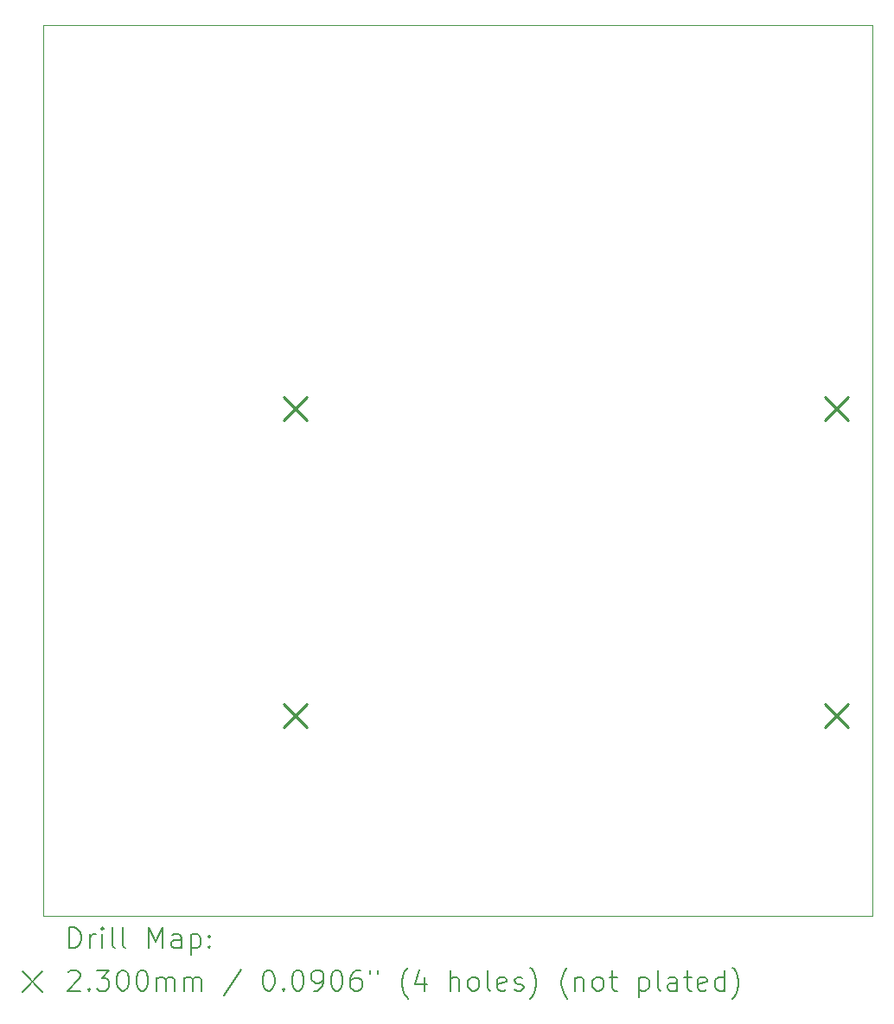
<source format=gbr>
%TF.GenerationSoftware,KiCad,Pcbnew,7.0.10*%
%TF.CreationDate,2024-03-12T16:09:05+01:00*%
%TF.ProjectId,DaisyPedal,44616973-7950-4656-9461-6c2e6b696361,1.0*%
%TF.SameCoordinates,Original*%
%TF.FileFunction,Drillmap*%
%TF.FilePolarity,Positive*%
%FSLAX45Y45*%
G04 Gerber Fmt 4.5, Leading zero omitted, Abs format (unit mm)*
G04 Created by KiCad (PCBNEW 7.0.10) date 2024-03-12 16:09:05*
%MOMM*%
%LPD*%
G01*
G04 APERTURE LIST*
%ADD10C,0.100000*%
%ADD11C,0.200000*%
%ADD12C,0.230000*%
G04 APERTURE END LIST*
D10*
X2940000Y-2940000D02*
X11060000Y-2940000D01*
X11060000Y-11660000D01*
X2940000Y-11660000D01*
X2940000Y-2940000D01*
D11*
D12*
X5291000Y-6585000D02*
X5521000Y-6815000D01*
X5521000Y-6585000D02*
X5291000Y-6815000D01*
X5291000Y-9585000D02*
X5521000Y-9815000D01*
X5521000Y-9585000D02*
X5291000Y-9815000D01*
X10591000Y-6585000D02*
X10821000Y-6815000D01*
X10821000Y-6585000D02*
X10591000Y-6815000D01*
X10591000Y-9585000D02*
X10821000Y-9815000D01*
X10821000Y-9585000D02*
X10591000Y-9815000D01*
D11*
X3195777Y-11976484D02*
X3195777Y-11776484D01*
X3195777Y-11776484D02*
X3243396Y-11776484D01*
X3243396Y-11776484D02*
X3271967Y-11786008D01*
X3271967Y-11786008D02*
X3291015Y-11805055D01*
X3291015Y-11805055D02*
X3300539Y-11824103D01*
X3300539Y-11824103D02*
X3310062Y-11862198D01*
X3310062Y-11862198D02*
X3310062Y-11890769D01*
X3310062Y-11890769D02*
X3300539Y-11928865D01*
X3300539Y-11928865D02*
X3291015Y-11947912D01*
X3291015Y-11947912D02*
X3271967Y-11966960D01*
X3271967Y-11966960D02*
X3243396Y-11976484D01*
X3243396Y-11976484D02*
X3195777Y-11976484D01*
X3395777Y-11976484D02*
X3395777Y-11843150D01*
X3395777Y-11881246D02*
X3405301Y-11862198D01*
X3405301Y-11862198D02*
X3414824Y-11852674D01*
X3414824Y-11852674D02*
X3433872Y-11843150D01*
X3433872Y-11843150D02*
X3452920Y-11843150D01*
X3519586Y-11976484D02*
X3519586Y-11843150D01*
X3519586Y-11776484D02*
X3510062Y-11786008D01*
X3510062Y-11786008D02*
X3519586Y-11795531D01*
X3519586Y-11795531D02*
X3529110Y-11786008D01*
X3529110Y-11786008D02*
X3519586Y-11776484D01*
X3519586Y-11776484D02*
X3519586Y-11795531D01*
X3643396Y-11976484D02*
X3624348Y-11966960D01*
X3624348Y-11966960D02*
X3614824Y-11947912D01*
X3614824Y-11947912D02*
X3614824Y-11776484D01*
X3748158Y-11976484D02*
X3729110Y-11966960D01*
X3729110Y-11966960D02*
X3719586Y-11947912D01*
X3719586Y-11947912D02*
X3719586Y-11776484D01*
X3976729Y-11976484D02*
X3976729Y-11776484D01*
X3976729Y-11776484D02*
X4043396Y-11919341D01*
X4043396Y-11919341D02*
X4110062Y-11776484D01*
X4110062Y-11776484D02*
X4110062Y-11976484D01*
X4291015Y-11976484D02*
X4291015Y-11871722D01*
X4291015Y-11871722D02*
X4281491Y-11852674D01*
X4281491Y-11852674D02*
X4262444Y-11843150D01*
X4262444Y-11843150D02*
X4224348Y-11843150D01*
X4224348Y-11843150D02*
X4205301Y-11852674D01*
X4291015Y-11966960D02*
X4271967Y-11976484D01*
X4271967Y-11976484D02*
X4224348Y-11976484D01*
X4224348Y-11976484D02*
X4205301Y-11966960D01*
X4205301Y-11966960D02*
X4195777Y-11947912D01*
X4195777Y-11947912D02*
X4195777Y-11928865D01*
X4195777Y-11928865D02*
X4205301Y-11909817D01*
X4205301Y-11909817D02*
X4224348Y-11900293D01*
X4224348Y-11900293D02*
X4271967Y-11900293D01*
X4271967Y-11900293D02*
X4291015Y-11890769D01*
X4386253Y-11843150D02*
X4386253Y-12043150D01*
X4386253Y-11852674D02*
X4405301Y-11843150D01*
X4405301Y-11843150D02*
X4443396Y-11843150D01*
X4443396Y-11843150D02*
X4462444Y-11852674D01*
X4462444Y-11852674D02*
X4471967Y-11862198D01*
X4471967Y-11862198D02*
X4481491Y-11881246D01*
X4481491Y-11881246D02*
X4481491Y-11938388D01*
X4481491Y-11938388D02*
X4471967Y-11957436D01*
X4471967Y-11957436D02*
X4462444Y-11966960D01*
X4462444Y-11966960D02*
X4443396Y-11976484D01*
X4443396Y-11976484D02*
X4405301Y-11976484D01*
X4405301Y-11976484D02*
X4386253Y-11966960D01*
X4567205Y-11957436D02*
X4576729Y-11966960D01*
X4576729Y-11966960D02*
X4567205Y-11976484D01*
X4567205Y-11976484D02*
X4557682Y-11966960D01*
X4557682Y-11966960D02*
X4567205Y-11957436D01*
X4567205Y-11957436D02*
X4567205Y-11976484D01*
X4567205Y-11852674D02*
X4576729Y-11862198D01*
X4576729Y-11862198D02*
X4567205Y-11871722D01*
X4567205Y-11871722D02*
X4557682Y-11862198D01*
X4557682Y-11862198D02*
X4567205Y-11852674D01*
X4567205Y-11852674D02*
X4567205Y-11871722D01*
X2735000Y-12205000D02*
X2935000Y-12405000D01*
X2935000Y-12205000D02*
X2735000Y-12405000D01*
X3186253Y-12215531D02*
X3195777Y-12206008D01*
X3195777Y-12206008D02*
X3214824Y-12196484D01*
X3214824Y-12196484D02*
X3262443Y-12196484D01*
X3262443Y-12196484D02*
X3281491Y-12206008D01*
X3281491Y-12206008D02*
X3291015Y-12215531D01*
X3291015Y-12215531D02*
X3300539Y-12234579D01*
X3300539Y-12234579D02*
X3300539Y-12253627D01*
X3300539Y-12253627D02*
X3291015Y-12282198D01*
X3291015Y-12282198D02*
X3176729Y-12396484D01*
X3176729Y-12396484D02*
X3300539Y-12396484D01*
X3386253Y-12377436D02*
X3395777Y-12386960D01*
X3395777Y-12386960D02*
X3386253Y-12396484D01*
X3386253Y-12396484D02*
X3376729Y-12386960D01*
X3376729Y-12386960D02*
X3386253Y-12377436D01*
X3386253Y-12377436D02*
X3386253Y-12396484D01*
X3462443Y-12196484D02*
X3586253Y-12196484D01*
X3586253Y-12196484D02*
X3519586Y-12272674D01*
X3519586Y-12272674D02*
X3548158Y-12272674D01*
X3548158Y-12272674D02*
X3567205Y-12282198D01*
X3567205Y-12282198D02*
X3576729Y-12291722D01*
X3576729Y-12291722D02*
X3586253Y-12310769D01*
X3586253Y-12310769D02*
X3586253Y-12358388D01*
X3586253Y-12358388D02*
X3576729Y-12377436D01*
X3576729Y-12377436D02*
X3567205Y-12386960D01*
X3567205Y-12386960D02*
X3548158Y-12396484D01*
X3548158Y-12396484D02*
X3491015Y-12396484D01*
X3491015Y-12396484D02*
X3471967Y-12386960D01*
X3471967Y-12386960D02*
X3462443Y-12377436D01*
X3710062Y-12196484D02*
X3729110Y-12196484D01*
X3729110Y-12196484D02*
X3748158Y-12206008D01*
X3748158Y-12206008D02*
X3757682Y-12215531D01*
X3757682Y-12215531D02*
X3767205Y-12234579D01*
X3767205Y-12234579D02*
X3776729Y-12272674D01*
X3776729Y-12272674D02*
X3776729Y-12320293D01*
X3776729Y-12320293D02*
X3767205Y-12358388D01*
X3767205Y-12358388D02*
X3757682Y-12377436D01*
X3757682Y-12377436D02*
X3748158Y-12386960D01*
X3748158Y-12386960D02*
X3729110Y-12396484D01*
X3729110Y-12396484D02*
X3710062Y-12396484D01*
X3710062Y-12396484D02*
X3691015Y-12386960D01*
X3691015Y-12386960D02*
X3681491Y-12377436D01*
X3681491Y-12377436D02*
X3671967Y-12358388D01*
X3671967Y-12358388D02*
X3662443Y-12320293D01*
X3662443Y-12320293D02*
X3662443Y-12272674D01*
X3662443Y-12272674D02*
X3671967Y-12234579D01*
X3671967Y-12234579D02*
X3681491Y-12215531D01*
X3681491Y-12215531D02*
X3691015Y-12206008D01*
X3691015Y-12206008D02*
X3710062Y-12196484D01*
X3900539Y-12196484D02*
X3919586Y-12196484D01*
X3919586Y-12196484D02*
X3938634Y-12206008D01*
X3938634Y-12206008D02*
X3948158Y-12215531D01*
X3948158Y-12215531D02*
X3957682Y-12234579D01*
X3957682Y-12234579D02*
X3967205Y-12272674D01*
X3967205Y-12272674D02*
X3967205Y-12320293D01*
X3967205Y-12320293D02*
X3957682Y-12358388D01*
X3957682Y-12358388D02*
X3948158Y-12377436D01*
X3948158Y-12377436D02*
X3938634Y-12386960D01*
X3938634Y-12386960D02*
X3919586Y-12396484D01*
X3919586Y-12396484D02*
X3900539Y-12396484D01*
X3900539Y-12396484D02*
X3881491Y-12386960D01*
X3881491Y-12386960D02*
X3871967Y-12377436D01*
X3871967Y-12377436D02*
X3862443Y-12358388D01*
X3862443Y-12358388D02*
X3852920Y-12320293D01*
X3852920Y-12320293D02*
X3852920Y-12272674D01*
X3852920Y-12272674D02*
X3862443Y-12234579D01*
X3862443Y-12234579D02*
X3871967Y-12215531D01*
X3871967Y-12215531D02*
X3881491Y-12206008D01*
X3881491Y-12206008D02*
X3900539Y-12196484D01*
X4052920Y-12396484D02*
X4052920Y-12263150D01*
X4052920Y-12282198D02*
X4062443Y-12272674D01*
X4062443Y-12272674D02*
X4081491Y-12263150D01*
X4081491Y-12263150D02*
X4110063Y-12263150D01*
X4110063Y-12263150D02*
X4129110Y-12272674D01*
X4129110Y-12272674D02*
X4138634Y-12291722D01*
X4138634Y-12291722D02*
X4138634Y-12396484D01*
X4138634Y-12291722D02*
X4148158Y-12272674D01*
X4148158Y-12272674D02*
X4167205Y-12263150D01*
X4167205Y-12263150D02*
X4195777Y-12263150D01*
X4195777Y-12263150D02*
X4214825Y-12272674D01*
X4214825Y-12272674D02*
X4224348Y-12291722D01*
X4224348Y-12291722D02*
X4224348Y-12396484D01*
X4319586Y-12396484D02*
X4319586Y-12263150D01*
X4319586Y-12282198D02*
X4329110Y-12272674D01*
X4329110Y-12272674D02*
X4348158Y-12263150D01*
X4348158Y-12263150D02*
X4376729Y-12263150D01*
X4376729Y-12263150D02*
X4395777Y-12272674D01*
X4395777Y-12272674D02*
X4405301Y-12291722D01*
X4405301Y-12291722D02*
X4405301Y-12396484D01*
X4405301Y-12291722D02*
X4414825Y-12272674D01*
X4414825Y-12272674D02*
X4433872Y-12263150D01*
X4433872Y-12263150D02*
X4462444Y-12263150D01*
X4462444Y-12263150D02*
X4481491Y-12272674D01*
X4481491Y-12272674D02*
X4491015Y-12291722D01*
X4491015Y-12291722D02*
X4491015Y-12396484D01*
X4881491Y-12186960D02*
X4710063Y-12444103D01*
X5138634Y-12196484D02*
X5157682Y-12196484D01*
X5157682Y-12196484D02*
X5176729Y-12206008D01*
X5176729Y-12206008D02*
X5186253Y-12215531D01*
X5186253Y-12215531D02*
X5195777Y-12234579D01*
X5195777Y-12234579D02*
X5205301Y-12272674D01*
X5205301Y-12272674D02*
X5205301Y-12320293D01*
X5205301Y-12320293D02*
X5195777Y-12358388D01*
X5195777Y-12358388D02*
X5186253Y-12377436D01*
X5186253Y-12377436D02*
X5176729Y-12386960D01*
X5176729Y-12386960D02*
X5157682Y-12396484D01*
X5157682Y-12396484D02*
X5138634Y-12396484D01*
X5138634Y-12396484D02*
X5119587Y-12386960D01*
X5119587Y-12386960D02*
X5110063Y-12377436D01*
X5110063Y-12377436D02*
X5100539Y-12358388D01*
X5100539Y-12358388D02*
X5091015Y-12320293D01*
X5091015Y-12320293D02*
X5091015Y-12272674D01*
X5091015Y-12272674D02*
X5100539Y-12234579D01*
X5100539Y-12234579D02*
X5110063Y-12215531D01*
X5110063Y-12215531D02*
X5119587Y-12206008D01*
X5119587Y-12206008D02*
X5138634Y-12196484D01*
X5291015Y-12377436D02*
X5300539Y-12386960D01*
X5300539Y-12386960D02*
X5291015Y-12396484D01*
X5291015Y-12396484D02*
X5281491Y-12386960D01*
X5281491Y-12386960D02*
X5291015Y-12377436D01*
X5291015Y-12377436D02*
X5291015Y-12396484D01*
X5424348Y-12196484D02*
X5443396Y-12196484D01*
X5443396Y-12196484D02*
X5462444Y-12206008D01*
X5462444Y-12206008D02*
X5471968Y-12215531D01*
X5471968Y-12215531D02*
X5481491Y-12234579D01*
X5481491Y-12234579D02*
X5491015Y-12272674D01*
X5491015Y-12272674D02*
X5491015Y-12320293D01*
X5491015Y-12320293D02*
X5481491Y-12358388D01*
X5481491Y-12358388D02*
X5471968Y-12377436D01*
X5471968Y-12377436D02*
X5462444Y-12386960D01*
X5462444Y-12386960D02*
X5443396Y-12396484D01*
X5443396Y-12396484D02*
X5424348Y-12396484D01*
X5424348Y-12396484D02*
X5405301Y-12386960D01*
X5405301Y-12386960D02*
X5395777Y-12377436D01*
X5395777Y-12377436D02*
X5386253Y-12358388D01*
X5386253Y-12358388D02*
X5376729Y-12320293D01*
X5376729Y-12320293D02*
X5376729Y-12272674D01*
X5376729Y-12272674D02*
X5386253Y-12234579D01*
X5386253Y-12234579D02*
X5395777Y-12215531D01*
X5395777Y-12215531D02*
X5405301Y-12206008D01*
X5405301Y-12206008D02*
X5424348Y-12196484D01*
X5586253Y-12396484D02*
X5624348Y-12396484D01*
X5624348Y-12396484D02*
X5643396Y-12386960D01*
X5643396Y-12386960D02*
X5652920Y-12377436D01*
X5652920Y-12377436D02*
X5671967Y-12348865D01*
X5671967Y-12348865D02*
X5681491Y-12310769D01*
X5681491Y-12310769D02*
X5681491Y-12234579D01*
X5681491Y-12234579D02*
X5671967Y-12215531D01*
X5671967Y-12215531D02*
X5662444Y-12206008D01*
X5662444Y-12206008D02*
X5643396Y-12196484D01*
X5643396Y-12196484D02*
X5605301Y-12196484D01*
X5605301Y-12196484D02*
X5586253Y-12206008D01*
X5586253Y-12206008D02*
X5576729Y-12215531D01*
X5576729Y-12215531D02*
X5567206Y-12234579D01*
X5567206Y-12234579D02*
X5567206Y-12282198D01*
X5567206Y-12282198D02*
X5576729Y-12301246D01*
X5576729Y-12301246D02*
X5586253Y-12310769D01*
X5586253Y-12310769D02*
X5605301Y-12320293D01*
X5605301Y-12320293D02*
X5643396Y-12320293D01*
X5643396Y-12320293D02*
X5662444Y-12310769D01*
X5662444Y-12310769D02*
X5671967Y-12301246D01*
X5671967Y-12301246D02*
X5681491Y-12282198D01*
X5805301Y-12196484D02*
X5824348Y-12196484D01*
X5824348Y-12196484D02*
X5843396Y-12206008D01*
X5843396Y-12206008D02*
X5852920Y-12215531D01*
X5852920Y-12215531D02*
X5862444Y-12234579D01*
X5862444Y-12234579D02*
X5871967Y-12272674D01*
X5871967Y-12272674D02*
X5871967Y-12320293D01*
X5871967Y-12320293D02*
X5862444Y-12358388D01*
X5862444Y-12358388D02*
X5852920Y-12377436D01*
X5852920Y-12377436D02*
X5843396Y-12386960D01*
X5843396Y-12386960D02*
X5824348Y-12396484D01*
X5824348Y-12396484D02*
X5805301Y-12396484D01*
X5805301Y-12396484D02*
X5786253Y-12386960D01*
X5786253Y-12386960D02*
X5776729Y-12377436D01*
X5776729Y-12377436D02*
X5767206Y-12358388D01*
X5767206Y-12358388D02*
X5757682Y-12320293D01*
X5757682Y-12320293D02*
X5757682Y-12272674D01*
X5757682Y-12272674D02*
X5767206Y-12234579D01*
X5767206Y-12234579D02*
X5776729Y-12215531D01*
X5776729Y-12215531D02*
X5786253Y-12206008D01*
X5786253Y-12206008D02*
X5805301Y-12196484D01*
X6043396Y-12196484D02*
X6005301Y-12196484D01*
X6005301Y-12196484D02*
X5986253Y-12206008D01*
X5986253Y-12206008D02*
X5976729Y-12215531D01*
X5976729Y-12215531D02*
X5957682Y-12244103D01*
X5957682Y-12244103D02*
X5948158Y-12282198D01*
X5948158Y-12282198D02*
X5948158Y-12358388D01*
X5948158Y-12358388D02*
X5957682Y-12377436D01*
X5957682Y-12377436D02*
X5967206Y-12386960D01*
X5967206Y-12386960D02*
X5986253Y-12396484D01*
X5986253Y-12396484D02*
X6024348Y-12396484D01*
X6024348Y-12396484D02*
X6043396Y-12386960D01*
X6043396Y-12386960D02*
X6052920Y-12377436D01*
X6052920Y-12377436D02*
X6062444Y-12358388D01*
X6062444Y-12358388D02*
X6062444Y-12310769D01*
X6062444Y-12310769D02*
X6052920Y-12291722D01*
X6052920Y-12291722D02*
X6043396Y-12282198D01*
X6043396Y-12282198D02*
X6024348Y-12272674D01*
X6024348Y-12272674D02*
X5986253Y-12272674D01*
X5986253Y-12272674D02*
X5967206Y-12282198D01*
X5967206Y-12282198D02*
X5957682Y-12291722D01*
X5957682Y-12291722D02*
X5948158Y-12310769D01*
X6138634Y-12196484D02*
X6138634Y-12234579D01*
X6214825Y-12196484D02*
X6214825Y-12234579D01*
X6510063Y-12472674D02*
X6500539Y-12463150D01*
X6500539Y-12463150D02*
X6481491Y-12434579D01*
X6481491Y-12434579D02*
X6471968Y-12415531D01*
X6471968Y-12415531D02*
X6462444Y-12386960D01*
X6462444Y-12386960D02*
X6452920Y-12339341D01*
X6452920Y-12339341D02*
X6452920Y-12301246D01*
X6452920Y-12301246D02*
X6462444Y-12253627D01*
X6462444Y-12253627D02*
X6471968Y-12225055D01*
X6471968Y-12225055D02*
X6481491Y-12206008D01*
X6481491Y-12206008D02*
X6500539Y-12177436D01*
X6500539Y-12177436D02*
X6510063Y-12167912D01*
X6671968Y-12263150D02*
X6671968Y-12396484D01*
X6624348Y-12186960D02*
X6576729Y-12329817D01*
X6576729Y-12329817D02*
X6700539Y-12329817D01*
X6929110Y-12396484D02*
X6929110Y-12196484D01*
X7014825Y-12396484D02*
X7014825Y-12291722D01*
X7014825Y-12291722D02*
X7005301Y-12272674D01*
X7005301Y-12272674D02*
X6986253Y-12263150D01*
X6986253Y-12263150D02*
X6957682Y-12263150D01*
X6957682Y-12263150D02*
X6938634Y-12272674D01*
X6938634Y-12272674D02*
X6929110Y-12282198D01*
X7138634Y-12396484D02*
X7119587Y-12386960D01*
X7119587Y-12386960D02*
X7110063Y-12377436D01*
X7110063Y-12377436D02*
X7100539Y-12358388D01*
X7100539Y-12358388D02*
X7100539Y-12301246D01*
X7100539Y-12301246D02*
X7110063Y-12282198D01*
X7110063Y-12282198D02*
X7119587Y-12272674D01*
X7119587Y-12272674D02*
X7138634Y-12263150D01*
X7138634Y-12263150D02*
X7167206Y-12263150D01*
X7167206Y-12263150D02*
X7186253Y-12272674D01*
X7186253Y-12272674D02*
X7195777Y-12282198D01*
X7195777Y-12282198D02*
X7205301Y-12301246D01*
X7205301Y-12301246D02*
X7205301Y-12358388D01*
X7205301Y-12358388D02*
X7195777Y-12377436D01*
X7195777Y-12377436D02*
X7186253Y-12386960D01*
X7186253Y-12386960D02*
X7167206Y-12396484D01*
X7167206Y-12396484D02*
X7138634Y-12396484D01*
X7319587Y-12396484D02*
X7300539Y-12386960D01*
X7300539Y-12386960D02*
X7291015Y-12367912D01*
X7291015Y-12367912D02*
X7291015Y-12196484D01*
X7471968Y-12386960D02*
X7452920Y-12396484D01*
X7452920Y-12396484D02*
X7414825Y-12396484D01*
X7414825Y-12396484D02*
X7395777Y-12386960D01*
X7395777Y-12386960D02*
X7386253Y-12367912D01*
X7386253Y-12367912D02*
X7386253Y-12291722D01*
X7386253Y-12291722D02*
X7395777Y-12272674D01*
X7395777Y-12272674D02*
X7414825Y-12263150D01*
X7414825Y-12263150D02*
X7452920Y-12263150D01*
X7452920Y-12263150D02*
X7471968Y-12272674D01*
X7471968Y-12272674D02*
X7481491Y-12291722D01*
X7481491Y-12291722D02*
X7481491Y-12310769D01*
X7481491Y-12310769D02*
X7386253Y-12329817D01*
X7557682Y-12386960D02*
X7576730Y-12396484D01*
X7576730Y-12396484D02*
X7614825Y-12396484D01*
X7614825Y-12396484D02*
X7633872Y-12386960D01*
X7633872Y-12386960D02*
X7643396Y-12367912D01*
X7643396Y-12367912D02*
X7643396Y-12358388D01*
X7643396Y-12358388D02*
X7633872Y-12339341D01*
X7633872Y-12339341D02*
X7614825Y-12329817D01*
X7614825Y-12329817D02*
X7586253Y-12329817D01*
X7586253Y-12329817D02*
X7567206Y-12320293D01*
X7567206Y-12320293D02*
X7557682Y-12301246D01*
X7557682Y-12301246D02*
X7557682Y-12291722D01*
X7557682Y-12291722D02*
X7567206Y-12272674D01*
X7567206Y-12272674D02*
X7586253Y-12263150D01*
X7586253Y-12263150D02*
X7614825Y-12263150D01*
X7614825Y-12263150D02*
X7633872Y-12272674D01*
X7710063Y-12472674D02*
X7719587Y-12463150D01*
X7719587Y-12463150D02*
X7738634Y-12434579D01*
X7738634Y-12434579D02*
X7748158Y-12415531D01*
X7748158Y-12415531D02*
X7757682Y-12386960D01*
X7757682Y-12386960D02*
X7767206Y-12339341D01*
X7767206Y-12339341D02*
X7767206Y-12301246D01*
X7767206Y-12301246D02*
X7757682Y-12253627D01*
X7757682Y-12253627D02*
X7748158Y-12225055D01*
X7748158Y-12225055D02*
X7738634Y-12206008D01*
X7738634Y-12206008D02*
X7719587Y-12177436D01*
X7719587Y-12177436D02*
X7710063Y-12167912D01*
X8071968Y-12472674D02*
X8062444Y-12463150D01*
X8062444Y-12463150D02*
X8043396Y-12434579D01*
X8043396Y-12434579D02*
X8033872Y-12415531D01*
X8033872Y-12415531D02*
X8024349Y-12386960D01*
X8024349Y-12386960D02*
X8014825Y-12339341D01*
X8014825Y-12339341D02*
X8014825Y-12301246D01*
X8014825Y-12301246D02*
X8024349Y-12253627D01*
X8024349Y-12253627D02*
X8033872Y-12225055D01*
X8033872Y-12225055D02*
X8043396Y-12206008D01*
X8043396Y-12206008D02*
X8062444Y-12177436D01*
X8062444Y-12177436D02*
X8071968Y-12167912D01*
X8148158Y-12263150D02*
X8148158Y-12396484D01*
X8148158Y-12282198D02*
X8157682Y-12272674D01*
X8157682Y-12272674D02*
X8176730Y-12263150D01*
X8176730Y-12263150D02*
X8205301Y-12263150D01*
X8205301Y-12263150D02*
X8224349Y-12272674D01*
X8224349Y-12272674D02*
X8233872Y-12291722D01*
X8233872Y-12291722D02*
X8233872Y-12396484D01*
X8357682Y-12396484D02*
X8338634Y-12386960D01*
X8338634Y-12386960D02*
X8329111Y-12377436D01*
X8329111Y-12377436D02*
X8319587Y-12358388D01*
X8319587Y-12358388D02*
X8319587Y-12301246D01*
X8319587Y-12301246D02*
X8329111Y-12282198D01*
X8329111Y-12282198D02*
X8338634Y-12272674D01*
X8338634Y-12272674D02*
X8357682Y-12263150D01*
X8357682Y-12263150D02*
X8386253Y-12263150D01*
X8386253Y-12263150D02*
X8405301Y-12272674D01*
X8405301Y-12272674D02*
X8414825Y-12282198D01*
X8414825Y-12282198D02*
X8424349Y-12301246D01*
X8424349Y-12301246D02*
X8424349Y-12358388D01*
X8424349Y-12358388D02*
X8414825Y-12377436D01*
X8414825Y-12377436D02*
X8405301Y-12386960D01*
X8405301Y-12386960D02*
X8386253Y-12396484D01*
X8386253Y-12396484D02*
X8357682Y-12396484D01*
X8481492Y-12263150D02*
X8557682Y-12263150D01*
X8510063Y-12196484D02*
X8510063Y-12367912D01*
X8510063Y-12367912D02*
X8519587Y-12386960D01*
X8519587Y-12386960D02*
X8538634Y-12396484D01*
X8538634Y-12396484D02*
X8557682Y-12396484D01*
X8776730Y-12263150D02*
X8776730Y-12463150D01*
X8776730Y-12272674D02*
X8795777Y-12263150D01*
X8795777Y-12263150D02*
X8833873Y-12263150D01*
X8833873Y-12263150D02*
X8852920Y-12272674D01*
X8852920Y-12272674D02*
X8862444Y-12282198D01*
X8862444Y-12282198D02*
X8871968Y-12301246D01*
X8871968Y-12301246D02*
X8871968Y-12358388D01*
X8871968Y-12358388D02*
X8862444Y-12377436D01*
X8862444Y-12377436D02*
X8852920Y-12386960D01*
X8852920Y-12386960D02*
X8833873Y-12396484D01*
X8833873Y-12396484D02*
X8795777Y-12396484D01*
X8795777Y-12396484D02*
X8776730Y-12386960D01*
X8986254Y-12396484D02*
X8967206Y-12386960D01*
X8967206Y-12386960D02*
X8957682Y-12367912D01*
X8957682Y-12367912D02*
X8957682Y-12196484D01*
X9148158Y-12396484D02*
X9148158Y-12291722D01*
X9148158Y-12291722D02*
X9138635Y-12272674D01*
X9138635Y-12272674D02*
X9119587Y-12263150D01*
X9119587Y-12263150D02*
X9081492Y-12263150D01*
X9081492Y-12263150D02*
X9062444Y-12272674D01*
X9148158Y-12386960D02*
X9129111Y-12396484D01*
X9129111Y-12396484D02*
X9081492Y-12396484D01*
X9081492Y-12396484D02*
X9062444Y-12386960D01*
X9062444Y-12386960D02*
X9052920Y-12367912D01*
X9052920Y-12367912D02*
X9052920Y-12348865D01*
X9052920Y-12348865D02*
X9062444Y-12329817D01*
X9062444Y-12329817D02*
X9081492Y-12320293D01*
X9081492Y-12320293D02*
X9129111Y-12320293D01*
X9129111Y-12320293D02*
X9148158Y-12310769D01*
X9214825Y-12263150D02*
X9291015Y-12263150D01*
X9243396Y-12196484D02*
X9243396Y-12367912D01*
X9243396Y-12367912D02*
X9252920Y-12386960D01*
X9252920Y-12386960D02*
X9271968Y-12396484D01*
X9271968Y-12396484D02*
X9291015Y-12396484D01*
X9433873Y-12386960D02*
X9414825Y-12396484D01*
X9414825Y-12396484D02*
X9376730Y-12396484D01*
X9376730Y-12396484D02*
X9357682Y-12386960D01*
X9357682Y-12386960D02*
X9348158Y-12367912D01*
X9348158Y-12367912D02*
X9348158Y-12291722D01*
X9348158Y-12291722D02*
X9357682Y-12272674D01*
X9357682Y-12272674D02*
X9376730Y-12263150D01*
X9376730Y-12263150D02*
X9414825Y-12263150D01*
X9414825Y-12263150D02*
X9433873Y-12272674D01*
X9433873Y-12272674D02*
X9443396Y-12291722D01*
X9443396Y-12291722D02*
X9443396Y-12310769D01*
X9443396Y-12310769D02*
X9348158Y-12329817D01*
X9614825Y-12396484D02*
X9614825Y-12196484D01*
X9614825Y-12386960D02*
X9595777Y-12396484D01*
X9595777Y-12396484D02*
X9557682Y-12396484D01*
X9557682Y-12396484D02*
X9538635Y-12386960D01*
X9538635Y-12386960D02*
X9529111Y-12377436D01*
X9529111Y-12377436D02*
X9519587Y-12358388D01*
X9519587Y-12358388D02*
X9519587Y-12301246D01*
X9519587Y-12301246D02*
X9529111Y-12282198D01*
X9529111Y-12282198D02*
X9538635Y-12272674D01*
X9538635Y-12272674D02*
X9557682Y-12263150D01*
X9557682Y-12263150D02*
X9595777Y-12263150D01*
X9595777Y-12263150D02*
X9614825Y-12272674D01*
X9691016Y-12472674D02*
X9700539Y-12463150D01*
X9700539Y-12463150D02*
X9719587Y-12434579D01*
X9719587Y-12434579D02*
X9729111Y-12415531D01*
X9729111Y-12415531D02*
X9738635Y-12386960D01*
X9738635Y-12386960D02*
X9748158Y-12339341D01*
X9748158Y-12339341D02*
X9748158Y-12301246D01*
X9748158Y-12301246D02*
X9738635Y-12253627D01*
X9738635Y-12253627D02*
X9729111Y-12225055D01*
X9729111Y-12225055D02*
X9719587Y-12206008D01*
X9719587Y-12206008D02*
X9700539Y-12177436D01*
X9700539Y-12177436D02*
X9691016Y-12167912D01*
M02*

</source>
